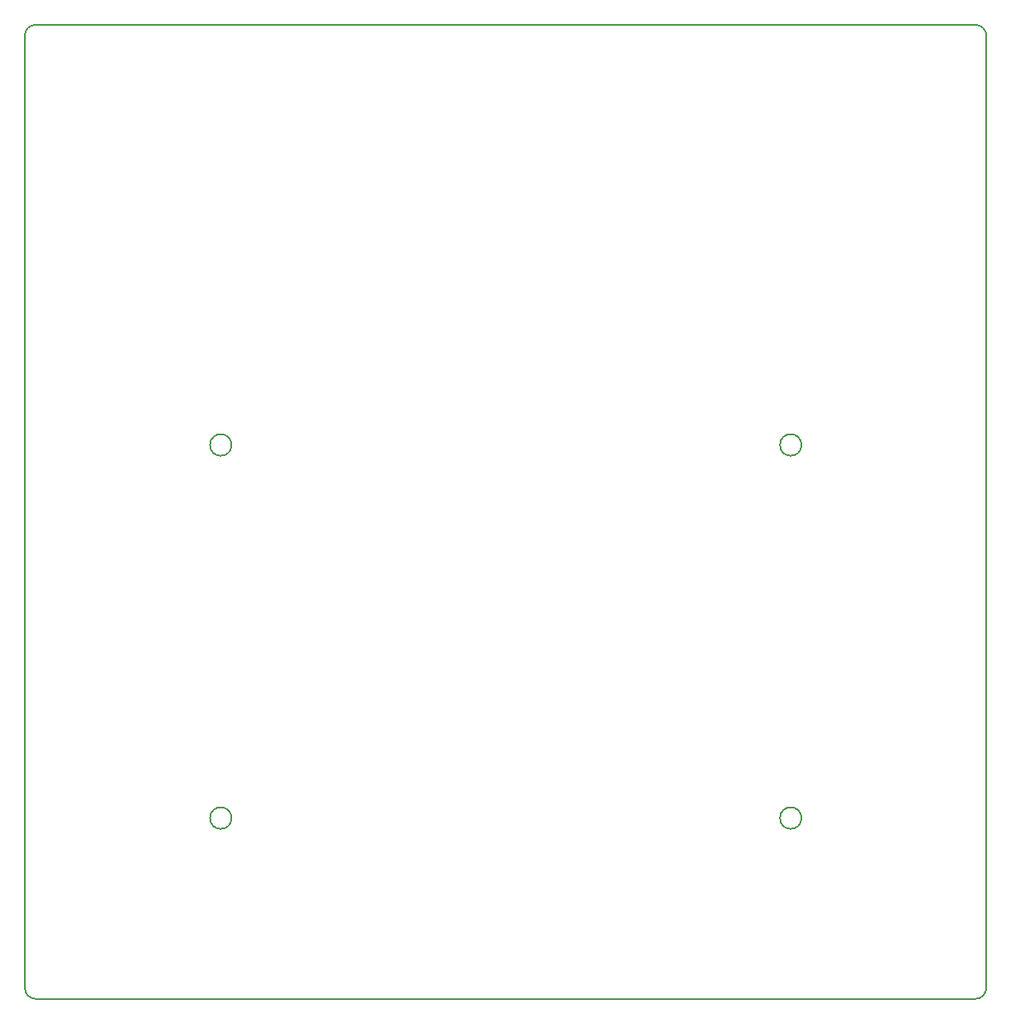
<source format=gbr>
G04 #@! TF.GenerationSoftware,KiCad,Pcbnew,(5.1.6-0-10_14)*
G04 #@! TF.CreationDate,2022-09-03T11:10:35+09:00*
G04 #@! TF.ProjectId,cool640,636f6f6c-3634-4302-9e6b-696361645f70,rev?*
G04 #@! TF.SameCoordinates,Original*
G04 #@! TF.FileFunction,Profile,NP*
%FSLAX46Y46*%
G04 Gerber Fmt 4.6, Leading zero omitted, Abs format (unit mm)*
G04 Created by KiCad (PCBNEW (5.1.6-0-10_14)) date 2022-09-03 11:10:35*
%MOMM*%
%LPD*%
G01*
G04 APERTURE LIST*
G04 #@! TA.AperFunction,Profile*
%ADD10C,0.150000*%
G04 #@! TD*
G04 APERTURE END LIST*
D10*
X205610000Y-171420000D02*
G75*
G03*
X205610000Y-171420000I-1100000J0D01*
G01*
X127380000Y-189880000D02*
G75*
G02*
X126260000Y-188760000I0J1120000D01*
G01*
X224500000Y-91530000D02*
X224500000Y-110610000D01*
X147380000Y-171420000D02*
G75*
G03*
X147380000Y-171420000I-1100000J0D01*
G01*
X127380000Y-189880000D02*
X223380000Y-189880000D01*
X126260000Y-97040000D02*
X126260000Y-188760000D01*
X223380000Y-90410000D02*
X127380000Y-90410000D01*
X224500000Y-188760000D02*
X224500000Y-110610000D01*
X147380000Y-133320000D02*
G75*
G03*
X147380000Y-133320000I-1100000J0D01*
G01*
X224500000Y-188760000D02*
G75*
G02*
X223380000Y-189880000I-1120000J0D01*
G01*
X126260000Y-91530000D02*
X126260000Y-97040000D01*
X205610000Y-133320000D02*
G75*
G03*
X205610000Y-133320000I-1100000J0D01*
G01*
X223380000Y-90410000D02*
G75*
G02*
X224500000Y-91530000I0J-1120000D01*
G01*
X126260000Y-91530000D02*
G75*
G02*
X127380000Y-90410000I1120000J0D01*
G01*
M02*

</source>
